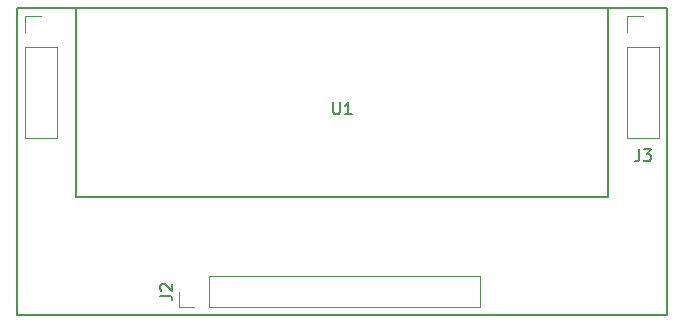
<source format=gbr>
%TF.GenerationSoftware,KiCad,Pcbnew,4.0.7*%
%TF.CreationDate,2021-06-18T00:55:45+09:00*%
%TF.ProjectId,NuTube_Conversion_Board,4E75547562655F436F6E76657273696F,rev?*%
%TF.FileFunction,Legend,Top*%
%FSLAX46Y46*%
G04 Gerber Fmt 4.6, Leading zero omitted, Abs format (unit mm)*
G04 Created by KiCad (PCBNEW 4.0.7) date 06/18/21 00:55:45*
%MOMM*%
%LPD*%
G01*
G04 APERTURE LIST*
%ADD10C,0.100000*%
%ADD11C,0.150000*%
%ADD12C,0.120000*%
G04 APERTURE END LIST*
D10*
D11*
X176000000Y-97000000D02*
X176000000Y-123000000D01*
X121000000Y-97000000D02*
X121000000Y-123000000D01*
X176000000Y-123000000D02*
X121000000Y-123000000D01*
X121000000Y-97000000D02*
X176000000Y-97000000D01*
D12*
X121670000Y-107950000D02*
X124330000Y-107950000D01*
X121670000Y-100270000D02*
X121670000Y-107950000D01*
X124330000Y-100270000D02*
X124330000Y-107950000D01*
X121670000Y-100270000D02*
X124330000Y-100270000D01*
X121670000Y-99000000D02*
X121670000Y-97670000D01*
X121670000Y-97670000D02*
X123000000Y-97670000D01*
X160190000Y-122330000D02*
X160190000Y-119670000D01*
X137270000Y-122330000D02*
X160190000Y-122330000D01*
X137270000Y-119670000D02*
X160190000Y-119670000D01*
X137270000Y-122330000D02*
X137270000Y-119670000D01*
X136000000Y-122330000D02*
X134670000Y-122330000D01*
X134670000Y-122330000D02*
X134670000Y-121000000D01*
X172670000Y-107950000D02*
X175330000Y-107950000D01*
X172670000Y-100270000D02*
X172670000Y-107950000D01*
X175330000Y-100270000D02*
X175330000Y-107950000D01*
X172670000Y-100270000D02*
X175330000Y-100270000D01*
X172670000Y-99000000D02*
X172670000Y-97670000D01*
X172670000Y-97670000D02*
X174000000Y-97670000D01*
D11*
X126001100Y-97003600D02*
X126001100Y-113003600D01*
X171001100Y-97003600D02*
X171001100Y-113003600D01*
X126001100Y-113003600D02*
X171001100Y-113003600D01*
X126001100Y-97003600D02*
X171001100Y-97003600D01*
X133122381Y-121333333D02*
X133836667Y-121333333D01*
X133979524Y-121380953D01*
X134074762Y-121476191D01*
X134122381Y-121619048D01*
X134122381Y-121714286D01*
X133217619Y-120904762D02*
X133170000Y-120857143D01*
X133122381Y-120761905D01*
X133122381Y-120523809D01*
X133170000Y-120428571D01*
X133217619Y-120380952D01*
X133312857Y-120333333D01*
X133408095Y-120333333D01*
X133550952Y-120380952D01*
X134122381Y-120952381D01*
X134122381Y-120333333D01*
X173666667Y-108952381D02*
X173666667Y-109666667D01*
X173619047Y-109809524D01*
X173523809Y-109904762D01*
X173380952Y-109952381D01*
X173285714Y-109952381D01*
X174047619Y-108952381D02*
X174666667Y-108952381D01*
X174333333Y-109333333D01*
X174476191Y-109333333D01*
X174571429Y-109380952D01*
X174619048Y-109428571D01*
X174666667Y-109523810D01*
X174666667Y-109761905D01*
X174619048Y-109857143D01*
X174571429Y-109904762D01*
X174476191Y-109952381D01*
X174190476Y-109952381D01*
X174095238Y-109904762D01*
X174047619Y-109857143D01*
X147739195Y-104955981D02*
X147739195Y-105765505D01*
X147786814Y-105860743D01*
X147834433Y-105908362D01*
X147929671Y-105955981D01*
X148120148Y-105955981D01*
X148215386Y-105908362D01*
X148263005Y-105860743D01*
X148310624Y-105765505D01*
X148310624Y-104955981D01*
X149310624Y-105955981D02*
X148739195Y-105955981D01*
X149024909Y-105955981D02*
X149024909Y-104955981D01*
X148929671Y-105098838D01*
X148834433Y-105194076D01*
X148739195Y-105241695D01*
M02*

</source>
